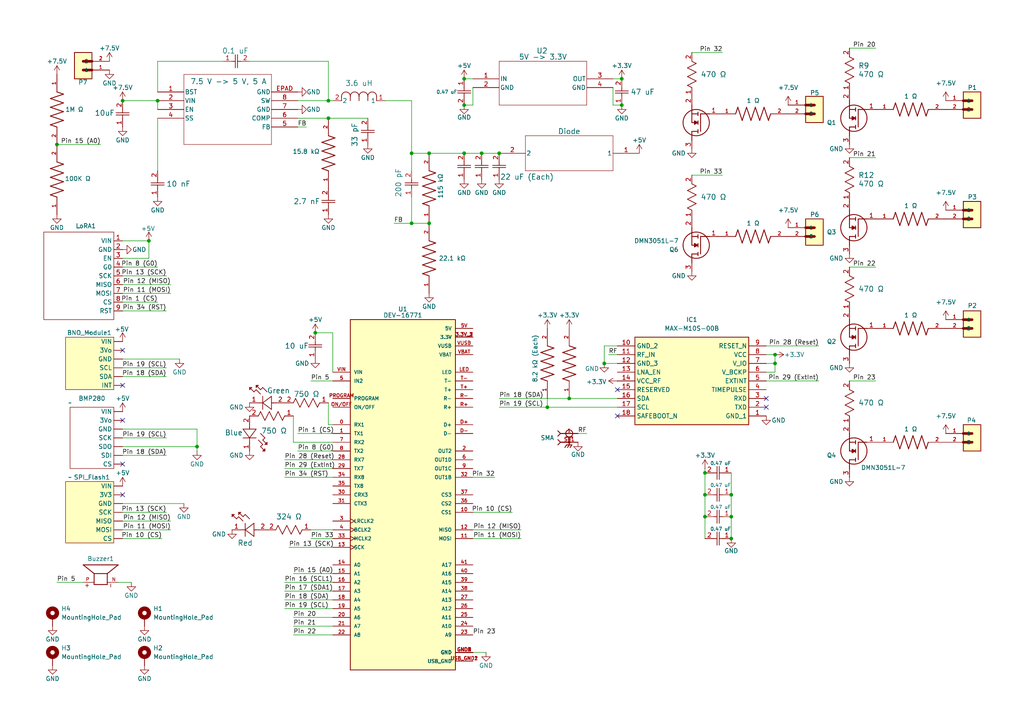
<source format=kicad_sch>
(kicad_sch (version 20231120) (generator "eeschema") (generator_version "8.0")
  (paper "A4")
  (junction (at 204.47 143.51))
  (junction (at 119.38 44.45))
  (junction (at 95.25 29.21))
  (junction (at 35.56 29.21))
  (junction (at 16.51 41.91))
  (junction (at 119.38 64.77))
  (junction (at 212.09 149.86))
  (junction (at 124.46 44.45))
  (junction (at 144.78 44.45))
  (junction (at 124.46 64.77))
  (junction (at 134.62 30.48))
  (junction (at 204.47 149.86))
  (junction (at 158.75 118.11))
  (junction (at 224.79 102.87))
  (junction (at 180.34 22.86))
  (junction (at 204.47 137.16))
  (junction (at 91.44 96.52))
  (junction (at 165.1 115.57))
  (junction (at 57.15 129.54))
  (junction (at 139.7 44.45))
  (junction (at 95.25 34.29))
  (junction (at 180.34 30.48))
  (junction (at 134.62 22.86))
  (junction (at 175.26 105.41))
  (junction (at 224.79 105.41))
  (junction (at 43.18 69.85))
  (junction (at 212.09 156.21))
  (junction (at 45.72 29.21))
  (junction (at 212.09 143.51))
  (junction (at 134.62 44.45))
  (no_connect (at 35.56 111.76))
  (no_connect (at 222.25 118.11))
  (no_connect (at 35.56 121.92))
  (no_connect (at 35.56 134.62))
  (no_connect (at 35.56 143.51))
  (no_connect (at 179.07 113.03))
  (no_connect (at 179.07 120.65))
  (no_connect (at 35.56 101.6))
  (no_connect (at 222.25 115.57))
  (wire (pts (xy 204.47 149.86) (xy 204.47 156.21)))
  (wire (pts (xy 82.55 135.89) (xy 96.52 135.89)))
  (wire (pts (xy 158.75 115.57) (xy 158.75 118.11)))
  (wire (pts (xy 139.7 44.45) (xy 144.78 44.45)))
  (wire (pts (xy 90.17 153.67) (xy 96.52 153.67)))
  (wire (pts (xy 119.38 64.77) (xy 124.46 64.77)))
  (wire (pts (xy 175.26 100.33) (xy 179.07 100.33)))
  (wire (pts (xy 95.25 29.21) (xy 96.52 29.21)))
  (wire (pts (xy 124.46 44.45) (xy 134.62 44.45)))
  (wire (pts (xy 82.55 171.45) (xy 96.52 171.45)))
  (wire (pts (xy 167.64 125.73) (xy 170.18 125.73)))
  (wire (pts (xy 176.53 102.87) (xy 179.07 102.87)))
  (wire (pts (xy 158.75 118.11) (xy 179.07 118.11)))
  (wire (pts (xy 212.09 149.86) (xy 212.09 156.21)))
  (wire (pts (xy 82.55 138.43) (xy 96.52 138.43)))
  (wire (pts (xy 35.56 85.09) (xy 49.53 85.09)))
  (wire (pts (xy 82.55 176.53) (xy 96.52 176.53)))
  (wire (pts (xy 35.56 156.21) (xy 46.99 156.21)))
  (wire (pts (xy 204.47 143.51) (xy 204.47 149.86)))
  (wire (pts (xy 212.09 137.16) (xy 212.09 143.51)))
  (wire (pts (xy 45.72 29.21) (xy 45.72 31.75)))
  (wire (pts (xy 95.25 17.78) (xy 95.25 29.21)))
  (wire (pts (xy 222.25 107.95) (xy 224.79 107.95)))
  (wire (pts (xy 35.56 90.17) (xy 48.26 90.17)))
  (wire (pts (xy 72.39 17.78) (xy 95.25 17.78)))
  (wire (pts (xy 143.51 138.43) (xy 137.16 138.43)))
  (wire (pts (xy 86.36 130.81) (xy 96.52 130.81)))
  (wire (pts (xy 134.62 30.48) (xy 137.16 30.48)))
  (wire (pts (xy 64.77 17.78) (xy 45.72 17.78)))
  (wire (pts (xy 254 45.72) (xy 246.38 45.72)))
  (wire (pts (xy 254 77.47) (xy 246.38 77.47)))
  (wire (pts (xy 85.09 181.61) (xy 96.52 181.61)))
  (wire (pts (xy 35.56 87.63) (xy 45.72 87.63)))
  (wire (pts (xy 119.38 29.21) (xy 119.38 44.45)))
  (wire (pts (xy 137.16 153.67) (xy 151.13 153.67)))
  (wire (pts (xy 177.8 30.48) (xy 180.34 30.48)))
  (wire (pts (xy 35.56 104.14) (xy 52.07 104.14)))
  (wire (pts (xy 137.16 148.59) (xy 148.59 148.59)))
  (wire (pts (xy 175.26 105.41) (xy 179.07 105.41)))
  (wire (pts (xy 209.55 50.8) (xy 200.66 50.8)))
  (wire (pts (xy 209.55 15.24) (xy 200.66 15.24)))
  (wire (pts (xy 45.72 17.78) (xy 45.72 26.67)))
  (wire (pts (xy 35.56 151.13) (xy 49.53 151.13)))
  (wire (pts (xy 96.52 96.52) (xy 96.52 107.95)))
  (wire (pts (xy 85.09 128.27) (xy 96.52 128.27)))
  (wire (pts (xy 222.25 100.33) (xy 237.49 100.33)))
  (wire (pts (xy 222.25 105.41) (xy 224.79 105.41)))
  (wire (pts (xy 57.15 129.54) (xy 57.15 130.81)))
  (wire (pts (xy 35.56 80.01) (xy 48.26 80.01)))
  (wire (pts (xy 85.09 120.65) (xy 85.09 128.27)))
  (wire (pts (xy 222.25 110.49) (xy 237.49 110.49)))
  (wire (pts (xy 85.09 179.07) (xy 96.52 179.07)))
  (wire (pts (xy 35.56 148.59) (xy 48.26 148.59)))
  (wire (pts (xy 38.1 168.91) (xy 34.29 168.91)))
  (wire (pts (xy 85.09 166.37) (xy 96.52 166.37)))
  (wire (pts (xy 35.56 74.93) (xy 43.18 74.93)))
  (wire (pts (xy 57.15 124.46) (xy 57.15 129.54)))
  (wire (pts (xy 35.56 127) (xy 48.26 127)))
  (wire (pts (xy 204.47 137.16) (xy 204.47 143.51)))
  (wire (pts (xy 35.56 106.68) (xy 48.26 106.68)))
  (wire (pts (xy 82.55 173.99) (xy 96.52 173.99)))
  (wire (pts (xy 82.55 133.35) (xy 96.52 133.35)))
  (wire (pts (xy 114.3 64.77) (xy 119.38 64.77)))
  (wire (pts (xy 254 110.49) (xy 246.38 110.49)))
  (wire (pts (xy 137.16 30.48) (xy 137.16 25.4)))
  (wire (pts (xy 224.79 107.95) (xy 224.79 105.41)))
  (wire (pts (xy 16.51 168.91) (xy 24.13 168.91)))
  (wire (pts (xy 29.21 41.91) (xy 16.51 41.91)))
  (wire (pts (xy 95.25 123.19) (xy 96.52 123.19)))
  (wire (pts (xy 137.16 156.21) (xy 151.13 156.21)))
  (wire (pts (xy 144.78 115.57) (xy 165.1 115.57)))
  (wire (pts (xy 86.36 125.73) (xy 96.52 125.73)))
  (wire (pts (xy 91.44 96.52) (xy 96.52 96.52)))
  (wire (pts (xy 86.36 29.21) (xy 95.25 29.21)))
  (wire (pts (xy 134.62 22.86) (xy 137.16 22.86)))
  (wire (pts (xy 85.09 184.15) (xy 96.52 184.15)))
  (wire (pts (xy 86.36 36.83) (xy 88.9 36.83)))
  (wire (pts (xy 90.17 110.49) (xy 96.52 110.49)))
  (wire (pts (xy 35.56 82.55) (xy 49.53 82.55)))
  (wire (pts (xy 43.18 69.85) (xy 35.56 69.85)))
  (wire (pts (xy 86.36 34.29) (xy 95.25 34.29)))
  (wire (pts (xy 43.18 74.93) (xy 43.18 69.85)))
  (wire (pts (xy 45.72 34.29) (xy 45.72 49.53)))
  (wire (pts (xy 224.79 105.41) (xy 224.79 102.87)))
  (wire (pts (xy 35.56 132.08) (xy 48.26 132.08)))
  (wire (pts (xy 119.38 44.45) (xy 124.46 44.45)))
  (wire (pts (xy 83.82 158.75) (xy 96.52 158.75)))
  (wire (pts (xy 254 13.97) (xy 246.38 13.97)))
  (wire (pts (xy 96.52 168.91) (xy 82.55 168.91)))
  (wire (pts (xy 175.26 100.33) (xy 175.26 105.41)))
  (wire (pts (xy 35.56 124.46) (xy 57.15 124.46)))
  (wire (pts (xy 222.25 102.87) (xy 224.79 102.87)))
  (wire (pts (xy 45.72 29.21) (xy 35.56 29.21)))
  (wire (pts (xy 35.56 77.47) (xy 45.72 77.47)))
  (wire (pts (xy 165.1 115.57) (xy 179.07 115.57)))
  (wire (pts (xy 144.78 118.11) (xy 158.75 118.11)))
  (wire (pts (xy 119.38 44.45) (xy 119.38 49.53)))
  (wire (pts (xy 204.47 135.89) (xy 204.47 137.16)))
  (wire (pts (xy 35.56 153.67) (xy 49.53 153.67)))
  (wire (pts (xy 111.76 29.21) (xy 119.38 29.21)))
  (wire (pts (xy 177.8 25.4) (xy 177.8 30.48)))
  (wire (pts (xy 119.38 57.15) (xy 119.38 64.77)))
  (wire (pts (xy 95.25 34.29) (xy 106.68 34.29)))
  (wire (pts (xy 140.97 189.23) (xy 137.16 189.23)))
  (wire (pts (xy 35.56 109.22) (xy 48.26 109.22)))
  (wire (pts (xy 212.09 143.51) (xy 212.09 149.86)))
  (wire (pts (xy 35.56 129.54) (xy 57.15 129.54)))
  (wire (pts (xy 177.8 22.86) (xy 180.34 22.86)))
  (wire (pts (xy 134.62 44.45) (xy 139.7 44.45)))
  (wire (pts (xy 53.34 146.05) (xy 35.56 146.05)))
  (wire (pts (xy 90.17 156.21) (xy 96.52 156.21)))
  (wire (pts (xy 95.25 116.84) (xy 95.25 123.19)))
  (label "Pin 32" (at 143.51 138.43 180))
  (label "Pin 23" (at 137.16 184.15 0))
  (label "Pin 10 (CS)" (at 148.59 148.59 180))
  (label "Pin 34 (RST)" (at 48.26 90.17 180))
  (label "Pin 33" (at 90.17 156.21 0))
  (label "Pin 19 (SCL)" (at 48.26 127 180))
  (label "Pin 32" (at 209.55 15.24 180))
  (label "FB" (at 88.9 36.83 180))
  (label "FB" (at 114.3 64.77 0))
  (label "Pin 12 (MISO)" (at 151.13 153.67 180))
  (label "Pin 11 (MOSI)" (at 49.53 153.67 180))
  (label "Pin 34 (RST)" (at 82.55 138.43 0))
  (label "Pin 11 (MOSI)" (at 151.13 156.21 180))
  (label "Pin 28 (Reset)" (at 237.49 100.33 180))
  (label "Pin 13 (SCK)" (at 83.82 158.75 0))
  (label "Pin 29 (ExtInt)" (at 82.55 135.89 0))
  (label "Pin 16 (SCL1)" (at 82.55 168.91 0))
  (label "Pin 17 (SDA1)" (at 82.55 171.45 0))
  (label "Pin 11 (MOSI)" (at 49.53 85.09 180))
  (label "Pin 22" (at 85.09 184.15 0))
  (label "Pin 15 (A0)" (at 85.09 166.37 0))
  (label "Pin 23" (at 254 110.49 180))
  (label "Pin 18 (SDA)" (at 144.78 115.57 0))
  (label "Pin 15 (A0)" (at 29.21 41.91 180))
  (label "RF" (at 176.53 102.87 0))
  (label "Pin 20" (at 254 13.97 180))
  (label "Pin 1 (CS)" (at 86.36 125.73 0))
  (label "Pin 10 (CS)" (at 46.99 156.21 180))
  (label "Pin 20" (at 85.09 179.07 0))
  (label "Pin 19 (SCL)" (at 82.55 176.53 0))
  (label "Pin 13 (SCK)" (at 48.26 148.59 180))
  (label "RF" (at 170.18 125.73 180))
  (label "Pin 5" (at 90.17 110.49 0))
  (label "Pin 19 (SCL)" (at 48.26 106.68 180))
  (label "Pin 8 (G0)" (at 86.36 130.81 0))
  (label "Pin 18 (SDA)" (at 48.26 132.08 180))
  (label "Pin 29 (ExtInt)" (at 237.49 110.49 180))
  (label "Pin 28 (Reset)" (at 82.55 133.35 0))
  (label "Pin 19 (SCL)" (at 144.78 118.11 0))
  (label "Pin 12 (MISO)" (at 49.53 82.55 180))
  (label "Pin 12 (MISO)" (at 49.53 151.13 180))
  (label "Pin 22" (at 254 77.47 180))
  (label "Pin 1 (CS)" (at 45.72 87.63 180))
  (label "Pin 33" (at 209.55 50.8 180))
  (label "Pin 21" (at 85.09 181.61 0))
  (label "Pin 5" (at 16.51 168.91 0))
  (label "Pin 18 (SDA)" (at 48.26 109.22 180))
  (label "Pin 21" (at 254 45.72 180))
  (label "Pin 18 (SDA)" (at 82.55 173.99 0))
  (label "Pin 13 (SCK)" (at 48.26 80.01 180))
  (label "Pin 8 (G0)" (at 45.72 77.47 180))
  (symbol (lib_id "1 Ohm:RMCF2512JT1R00") (at 218.44 68.58 0) (unit 1)
    (property "Reference" "R19" (effects (hide yes)))
    (property "Value" "1 Ω" (at 218.44 64.77 0))
    (property "Footprint" "1 Ohm:RESC6332X70N" (effects (hide yes)))
  )
  (symbol (lib_id "1x2 Screw Terminal:OSTTE020104") (at 26.67 20.32 180) (unit 1)
    (property "Reference" "P7" (at 25.4 23.876 0) (effects (justify left)))
    (property "Value" "1x2 Screw Terminal" (effects (hide yes)))
    (property "Footprint" "1x2 ScrewTerm:OST_OSTTE020104" (effects (hide yes)))
    (property "MANUFACTURER" "On Shore Technology Inc." (effects (hide yes)))
  )
  (symbol (lib_id "22 uF Capacitor:CL21A226KOQNNNE") (at 144.78 52.07 90) (unit 1)
    (property "Reference" "C2" (effects (hide yes)))
    (property "Value" "22 uF (Each)" (at 145.034 51.308 90) (effects (font (size 1.524 1.524)) (justify right)))
    (property "Footprint" "22 uF:CAP_CL_21_SAM" (effects (hide yes)))
    (property "Datasheet" "CL21A226KOQNNNE" (effects (hide yes)))
  )
  (symbol (lib_id "10 uF:CL21A106KOCLRNC") (at 91.44 104.14 90) (unit 1)
    (property "Reference" "C5" (effects (hide yes)))
    (property "Value" "10 uF" (at 82.55 100.33 90) (effects (font (size 1.524 1.524)) (justify right)))
    (property "Footprint" "10 uF:CAP_CL21_SAM" (effects (hide yes)))
    (property "Datasheet" "CL21A106KOCLRNC" (effects (hide yes)))
  )
  (symbol (lib_id "power:GND") (at 57.15 130.81 0) (unit 1)
    (property "Reference" "#PWR039" (effects (hide yes)))
    (property "Value" "GND" (at 57.15 134.62 0))
  )
  (symbol (lib_id "N-Channel MOSFET:DMN3051L-7") (at 254 63.5 180) (unit 1)
    (property "Reference" "Q3" (at 242.57 67.31 0) (effects (justify left)))
    (property "Value" "DMN3051L-7" (effects (hide yes)))
    (property "Footprint" "N-Channel MOSFET:SOT96P240X110-3N" (effects (hide yes)))
    (property "Datasheet" "https://www.diodes.com/assets/Datasheets/ds31347.pdf" (effects (hide yes)))
    (property "Height" "1.1" (effects (hide yes)))
    (property "Mouser Part Number" "621-DMN3051L-7" (effects (hide yes)))
    (property "Mouser Price/Stock" "https://www.mouser.co.uk/ProductDetail/Diodes-Incorporated/DMN3051L-7/?qs=ptj1V1atRApF2PNB3K1WDA%3D%3D" (effects (hide yes)))
    (property "Manufacturer_Name" "Diodes Incorporated" (effects (hide yes)))
    (property "Manufacturer_Part_Number" "DMN3051L-7" (effects (hide yes)))
  )
  (symbol (lib_id "N-Channel MOSFET:DMN3051L-7") (at 208.28 33.02 180) (unit 1)
    (property "Reference" "Q5" (effects (hide yes)))
    (property "Value" "DMN3051L-7" (effects (hide yes)))
    (property "Footprint" "N-Channel MOSFET:SOT96P240X110-3N" (effects (hide yes)))
    (property "Datasheet" "https://www.diodes.com/assets/Datasheets/ds31347.pdf" (effects (hide yes)))
    (property "Height" "1.1" (effects (hide yes)))
    (property "Mouser Part Number" "621-DMN3051L-7" (effects (hide yes)))
    (property "Mouser Price/Stock" "https://www.mouser.co.uk/ProductDetail/Diodes-Incorporated/DMN3051L-7/?qs=ptj1V1atRApF2PNB3K1WDA%3D%3D" (effects (hide yes)))
    (property "Manufacturer_Name" "Diodes Incorporated" (effects (hide yes)))
    (property "Manufacturer_Part_Number" "DMN3051L-7" (effects (hide yes)))
  )
  (symbol (lib_id "22.1 kOhm:RMCF0805FT22K1") (at 124.46 74.93 90) (unit 1)
    (property "Reference" "R3" (effects (hide yes)))
    (property "Value" "22.1 kΩ" (at 127.254 74.93 90) (effects (justify right)))
    (property "Footprint" "22.1 kOhm:RESC2012X65N" (effects (hide yes)))
  )
  (symbol (lib_id "1 MOhm:CRGP1206F1M0") (at 16.51 31.75 270) (unit 1)
    (property "Reference" "R1" (effects (hide yes)))
    (property "Value" "1M Ω" (at 21.59 31.75 90))
    (property "Footprint" "1M Ohm:RESC3115X65N" (effects (hide yes)))
  )
  (symbol (lib_id "power:GND") (at 45.72 57.15 0) (unit 1)
    (property "Reference" "#PWR061" (effects (hide yes)))
    (property "Value" "GND" (at 45.72 60.96 0))
  )
  (symbol (lib_id "N-Channel MOSFET:DMN3051L-7") (at 254 31.75 180) (unit 1)
    (property "Reference" "Q1" (at 242.57 35.56 0) (effects (justify left)))
    (property "Value" "DMN3051L-7" (effects (hide yes)))
    (property "Footprint" "N-Channel MOSFET:SOT96P240X110-3N" (effects (hide yes)))
    (property "Datasheet" "https://www.diodes.com/assets/Datasheets/ds31347.pdf" (effects (hide yes)))
    (property "Height" "1.1" (effects (hide yes)))
    (property "Mouser Part Number" "621-DMN3051L-7" (effects (hide yes)))
    (property "Mouser Price/Stock" "https://www.mouser.co.uk/ProductDetail/Diodes-Incorporated/DMN3051L-7/?qs=ptj1V1atRApF2PNB3K1WDA%3D%3D" (effects (hide yes)))
    (property "Manufacturer_Name" "Diodes Incorporated" (effects (hide yes)))
    (property "Manufacturer_Part_Number" "DMN3051L-7" (effects (hide yes)))
  )
  (symbol (lib_id "SMD LED:XZCDGK53W-8VF") (at 77.47 153.67 0) (mirror y) (unit 1)
    (property "Reference" "LED1" (effects (hide yes)))
    (property "Value" "Red" (at 71.12 157.48 0) (effects (font (size 1.524 1.524))))
    (property "Footprint" "SMD LED:LED_XZCDG-8VF_SLD" (effects (hide yes)))
    (property "Datasheet" "XZCDGK53W-8VF" (effects (hide yes)))
  )
  (symbol (lib_id "470 Ohm:RMCF2512FT470R") (at 246.38 26.67 90) (unit 1)
    (property "Reference" "R9" (at 248.92 19.05 90) (effects (font (size 1.524 1.524)) (justify right)))
    (property "Value" "470 Ω" (at 248.92 21.59 90) (effects (font (size 1.524 1.524)) (justify right)))
    (property "Footprint" "470 Ohm:RES_RMCF2512_STP" (effects (hide yes)))
    (property "Datasheet" "RMCF2512FT470R" (effects (hide yes)))
  )
  (symbol (lib_id "power:+5V") (at 35.56 140.97 0) (unit 1)
    (property "Reference" "#PWR025" (effects (hide yes)))
    (property "Value" "+5V" (at 35.56 137.16 0))
  )
  (symbol (lib_id "N-Channel MOSFET:DMN3051L-7") (at 254 128.27 180) (unit 1)
    (property "Reference" "Q4" (at 242.57 132.08 0) (effects (justify left)))
    (property "Value" "DMN3051L-7" (at 262.636 135.636 0) (effects (justify left)))
    (property "Footprint" "N-Channel MOSFET:SOT96P240X110-3N" (effects (hide yes)))
    (property "Datasheet" "https://www.diodes.com/assets/Datasheets/ds31347.pdf" (effects (hide yes)))
    (property "Height" "1.1" (effects (hide yes)))
    (property "Mouser Part Number" "621-DMN3051L-7" (effects (hide yes)))
    (property "Mouser Price/Stock" "https://www.mouser.co.uk/ProductDetail/Diodes-Incorporated/DMN3051L-7/?qs=ptj1V1atRApF2PNB3K1WDA%3D%3D" (effects (hide yes)))
    (property "Manufacturer_Name" "Diodes Incorporated" (effects (hide yes)))
    (property "Manufacturer_Part_Number" "DMN3051L-7" (effects (hide yes)))
  )
  (symbol (lib_id "0.47uF Capacitor:CL21B474KAFNNNG") (at 212.09 137.16 180) (unit 1)
    (property "Reference" "C10" (effects (hide yes)))
    (property "Value" "0.47 uF" (at 205.994 134.366 0) (effects (font (size 1 1)) (justify right)))
    (property "Footprint" "22 uF:CAP_CL_21_SAM" (effects (hide yes)))
    (property "Datasheet" "CL21B474KAFNNNG" (effects (hide yes)))
  )
  (symbol (lib_id "power:+3.3V") (at 179.07 110.49 90) (unit 1)
    (property "Reference" "#PWR051" (effects (hide yes)))
    (property "Value" "+3.3V" (at 172.974 110.744 90))
    (property "Description" "Power symbol creates a global label with name \"+3.3V\"" (effects (hide yes)))
  )
  (symbol (lib_id "1 Ohm:RMCF2512JT1R00") (at 264.16 31.75 0) (unit 1)
    (property "Reference" "R8" (effects (hide yes)))
    (property "Value" "1 Ω" (at 264.16 27.94 0))
    (property "Footprint" "1 Ohm:RESC6332X70N" (effects (hide yes)))
  )
  (symbol (lib_id "0.47uF Capacitor:CL21B474KAFNNNG") (at 212.09 149.86 180) (unit 1)
    (property "Reference" "C12" (effects (hide yes)))
    (property "Value" "0.47 uF" (at 205.994 147.066 0) (effects (font (size 1 1)) (justify right)))
    (property "Footprint" "22 uF:CAP_CL_21_SAM" (effects (hide yes)))
    (property "Datasheet" "CL21B474KAFNNNG" (effects (hide yes)))
  )
  (symbol (lib_id "power:GND") (at 180.34 30.48 0) (unit 1)
    (property "Reference" "#PWR046" (effects (hide yes)))
    (property "Value" "GND" (at 180.34 34.29 0))
  )
  (symbol (lib_id "470 Ohm:RMCF2512FT470R") (at 200.66 63.5 90) (unit 1)
    (property "Reference" "R18" (effects (hide yes)))
    (property "Value" "470 Ω" (at 203.2 57.1499 90) (effects (font (size 1.524 1.524)) (justify right)))
    (property "Footprint" "470 Ohm:RES_RMCF2512_STP" (effects (hide yes)))
    (property "Datasheet" "RMCF2512FT470R" (effects (hide yes)))
  )
  (symbol (lib_id "N-Channel MOSFET:DMN3051L-7") (at 208.28 68.58 180) (unit 1)
    (property "Reference" "Q6" (at 196.85 72.39 0) (effects (justify left)))
    (property "Value" "DMN3051L-7" (at 196.85 69.85 0) (effects (justify left)))
    (property "Footprint" "N-Channel MOSFET:SOT96P240X110-3N" (effects (hide yes)))
    (property "Datasheet" "https://www.diodes.com/assets/Datasheets/ds31347.pdf" (effects (hide yes)))
    (property "Height" "1.1" (effects (hide yes)))
    (property "Mouser Part Number" "621-DMN3051L-7" (effects (hide yes)))
    (property "Mouser Price/Stock" "https://www.mouser.co.uk/ProductDetail/Diodes-Incorporated/DMN3051L-7/?qs=ptj1V1atRApF2PNB3K1WDA%3D%3D" (effects (hide yes)))
    (property "Manufacturer_Name" "Diodes Incorporated" (effects (hide yes)))
    (property "Manufacturer_Part_Number" "DMN3051L-7" (effects (hide yes)))
  )
  (symbol (lib_id "power:+3.3V") (at 158.75 95.25 0) (unit 1)
    (property "Reference" "#PWR044" (effects (hide yes)))
    (property "Value" "+3.3V" (at 158.75 91.44 0))
    (property "Description" "Power symbol creates a global label with name \"+3.3V\"" (effects (hide yes)))
  )
  (symbol (lib_id "power:GND") (at 86.36 31.75 90) (unit 1)
    (property "Reference" "#PWR04" (effects (hide yes)))
    (property "Value" "GND" (at 90.932 31.75 90))
  )
  (symbol (lib_id "0.47uF Capacitor:CL21B474KAFNNNG") (at 134.62 22.86 270) (unit 1)
    (property "Reference" "C17" (effects (hide yes)))
    (property "Value" "0.47 uF" (at 132.588 26.67 90) (effects (font (size 1 1)) (justify right)))
    (property "Footprint" "22 uF:CAP_CL_21_SAM" (effects (hide yes)))
    (property "Datasheet" "CL21B474KAFNNNG" (effects (hide yes)))
  )
  (symbol (lib_id "power:+3.3V") (at 165.1 95.25 0) (unit 1)
    (property "Reference" "#PWR045" (effects (hide yes)))
    (property "Value" "+3.3V" (at 165.1 91.44 0))
    (property "Description" "Power symbol creates a global label with name \"+3.3V\"" (effects (hide yes)))
  )
  (symbol (lib_id "power:GND") (at 72.39 130.81 0) (unit 1)
    (property "Reference" "#PWR08" (effects (hide yes)))
    (property "Value" "GND" (at 68.58 132.08 0))
  )
  (symbol (lib_id "8.2K Ohm:RC0805JR-078K2L") (at 165.1 105.41 90) (unit 1)
    (property "Reference" "R21" (effects (hide yes)))
    (property "Value" "8.2k Ohm" (effects (hide yes)))
    (property "Footprint" "8.2k Ohm:RESC2012X60N" (effects (hide yes)))
  )
  (symbol (lib_id "power:GND") (at 212.09 156.21 0) (unit 1)
    (property "Reference" "#PWR053" (effects (hide yes)))
    (property "Value" "GND" (at 212.09 159.766 0))
  )
  (symbol (lib_id "SMD LED:XZCDGK53W-8VF") (at 82.55 116.84 0) (mirror y) (unit 1)
    (property "Reference" "LED2" (effects (hide yes)))
    (property "Value" "Green" (at 80.772 113.284 0) (effects (font (size 1.524 1.524))))
    (property "Footprint" "SMD LED:LED_XZCDG-8VF_SLD" (effects (hide yes)))
    (property "Datasheet" "XZCDGK53W-8VF" (effects (hide yes)))
  )
  (symbol (lib_id "0.47uF Capacitor:CL21B474KAFNNNG") (at 212.09 156.21 180) (unit 1)
    (property "Reference" "C13" (effects (hide yes)))
    (property "Value" "0.47 uF" (at 205.994 153.416 0) (effects (font (size 1 1)) (justify right)))
    (property "Footprint" "22 uF:CAP_CL_21_SAM" (effects (hide yes)))
    (property "Datasheet" "CL21B474KAFNNNG" (effects (hide yes)))
  )
  (symbol (lib_id "power:GND") (at 91.44 104.14 0) (unit 1)
    (property "Reference" "#PWR019" (effects (hide yes)))
    (property "Value" "GND" (at 87.63 105.41 0))
  )
  (symbol (lib_id "power:+5V") (at 35.56 119.38 0) (unit 1)
    (property "Reference" "#PWR024" (effects (hide yes)))
    (property "Value" "+5V" (at 35.56 115.57 0))
  )
  (symbol (lib_id "750 Ohm:RC1206FR-07750RL") (at 72.39 120.65 0) (unit 1)
    (property "Reference" "R7" (effects (hide yes)))
    (property "Value" "750 Ω" (at 88.9 114.3 0) (effects (font (size 1.524 1.524))))
    (property "Footprint" "750 Ohm:RC1206N_YAG" (effects (hide yes)))
    (property "Datasheet" "RC1206FR-07750RL" (effects (hide yes)))
  )
  (symbol (lib_name "+7.5V_1") (lib_id "power:+7.5V") (at 274.32 60.96 0) (unit 1)
    (property "Reference" "#PWR016" (effects (hide yes)))
    (property "Value" "+7.5V" (at 274.32 55.88 0))
    (property "Description" "Power symbol creates a global label with name \"+7.5V\"" (effects (hide yes)))
  )
  (symbol (lib_id "power:GND") (at 134.62 52.07 0) (unit 1)
    (property "Reference" "#PWR028" (effects (hide yes)))
    (property "Value" "GND" (at 134.62 55.88 0))
  )
  (symbol (lib_id "power:+3.3V") (at 180.34 22.86 0) (unit 1)
    (property "Reference" "#PWR047" (effects (hide yes)))
    (property "Value" "+3.3V" (at 180.34 19.05 0))
    (property "Description" "Power symbol creates a global label with name \"+3.3V\"" (effects (hide yes)))
  )
  (symbol (lib_id "power:GND") (at 222.25 120.65 0) (unit 1)
    (property "Reference" "#PWR027" (effects (hide yes)))
    (property "Value" "GND" (at 225.806 121.92 0))
  )
  (symbol (lib_name "+7.5V_1") (lib_id "power:+7.5V") (at 228.6 66.04 0) (unit 1)
    (property "Reference" "#PWR034" (effects (hide yes)))
    (property "Value" "+7.5V" (at 228.6 60.96 0))
    (property "Description" "Power symbol creates a global label with name \"+7.5V\"" (effects (hide yes)))
  )
  (symbol (lib_id "power:GND") (at 38.1 168.91 0) (unit 1)
    (property "Reference" "#PWR020" (effects (hide yes)))
    (property "Value" "GND" (at 38.1 172.72 0))
  )
  (symbol (lib_id "LoRA:LoRA") (at 20.32 66.04 0) (unit 1)
    (property "Reference" "LoRA1" (at 24.892 65.532 0))
    (property "Value" "~" (at 22.86 66.04 0))
    (property "Footprint" "Connector_PinHeader_2.54mm:PinHeader_1x09_P2.54mm_Vertical" (effects (hide yes)))
  )
  (symbol (lib_name "+7.5V_1") (lib_id "power:+7.5V") (at 274.32 29.21 0) (unit 1)
    (property "Reference" "#PWR013" (effects (hide yes)))
    (property "Value" "+7.5V" (at 274.32 24.13 0))
    (property "Description" "Power symbol creates a global label with name \"+7.5V\"" (effects (hide yes)))
  )
  (symbol (lib_id "100K Ohm:RMCF2512JT100K") (at 16.51 52.07 90) (unit 1)
    (property "Reference" "R4" (effects (hide yes)))
    (property "Value" "100K Ω" (at 18.796 51.816 90) (effects (justify right)))
    (property "Footprint" "100K Ohm:RESC6332X70N" (effects (hide yes)))
  )
  (symbol (lib_id "Teensy 4.1:DEV-16771") (at 116.84 143.51 0) (unit 1)
    (property "Reference" "U1" (at 116.84 89.662 0))
    (property "Value" "DEV-16771" (at 116.84 91.44 0))
    (property "Footprint" "Teensy4.1:MODULE_DEV-16771" (effects (hide yes)))
    (property "Description" "\nRT1062 Teensy 4.1 series ARM® Cortex®-M7 MPU Embedded Evaluation Board\n" (effects (hide yes)))
    (property "MF" "SparkFun Electronics" (effects (hide yes)))
    (property "MAXIMUM_PACKAGE_HEIGHT" "4.07mm" (effects (hide yes)))
    (property "Package" "None" (effects (hide yes)))
    (property "Price" "None" (effects (hide yes)))
    (property "Check_prices" "https://www.snapeda.com/parts/DEV-16771/SparkFun+Electronics/view-part/?ref=eda" (effects (hide yes)))
    (property "STANDARD" "Manufacturer recommendations" (effects (hide yes)))
    (property "PARTREV" "4.1" (effects (hide yes)))
    (property "SnapEDA_Link" "https://www.snapeda.com/parts/DEV-16771/SparkFun+Electronics/view-part/?ref=snap" (effects (hide yes)))
    (property "MP" "DEV-16771" (effects (hide yes)))
    (property "Purchase-URL" "https://www.snapeda.com/api/url_track_click_mouser/?unipart_id=4833875&manufacturer=SparkFun Electronics&part_name=DEV-16771&search_term=None" (effects (hide yes)))
    (property "Availability" "In Stock" (effects (hide yes)))
    (property "MANUFACTURER" "SparkFun Electronics" (effects (hide yes)))
  )
  (symbol (lib_id "power:GND") (at 246.38 73.66 0) (unit 1)
    (property "Reference" "#PWR015" (effects (hide yes)))
    (property "Value" "GND" (at 242.57 74.93 0))
  )
  (symbol (lib_id "power:GND") (at 144.78 52.07 0) (unit 1)
    (property "Reference" "#PWR056" (effects (hide yes)))
    (property "Value" "GND" (at 144.78 55.88 0))
  )
  (symbol (lib_id "power:+7.5V") (at 35.56 29.21 0) (unit 1)
    (property "Reference" "#PWR02" (effects (hide yes)))
    (property "Value" "+7.5V" (at 35.56 25.4 0))
  )
  (symbol (lib_id "MAX10-GPS:MAX-M10S-00B") (at 179.07 100.33 0) (unit 1)
    (property "Reference" "IC1" (at 200.66 92.71 0))
    (property "Value" "MAX-M10S-00B" (at 200.66 95.25 0))
    (property "Footprint" "GPS Chip:MAXM10S00B" (effects (hide yes)))
    (property "Datasheet" "https://content.u-blox.com/sites/default/files/MAX-M10S_IntegrationManual_UBX-20053088.pdf" (effects (hide yes)))
    (property "Description" "GPS Modules u-blox M10 GNSS LCC module, firmware in ROM, SAW filter, LNA" (effects (hide yes)))
    (property "Height" "2.7" (effects (hide yes)))
    (property "Mouser Part Number" "377-MAX-M10S-00B" (effects (hide yes)))
    (property "Mouser Price/Stock" "https://www.mouser.co.uk/ProductDetail/u-blox/MAX-M10S-00B?qs=A6eO%252BMLsxmT0PfQYPb7LLQ%3D%3D" (effects (hide yes)))
    (property "Manufacturer_Name" "U-Blox" (effects (hide yes)))
    (property "Manufacturer_Part_Number" "MAX-M10S-00B" (effects (hide yes)))
  )
  (symbol (lib_id "power:GND") (at 200.66 78.74 0) (unit 1)
    (property "Reference" "#PWR033" (effects (hide yes)))
    (property "Value" "GND" (at 196.85 80.01 0))
  )
  (symbol (lib_id "power:+5V") (at 185.42 44.45 0) (unit 1)
    (property "Reference" "#PWR040" (effects (hide yes)))
    (property "Value" "+5V" (at 185.42 40.64 0))
  )
  (symbol (lib_id "power:GND") (at 31.75 20.32 0) (unit 1)
    (property "Reference" "#PWR049" (effects (hide yes)))
    (property "Value" "GND" (at 31.75 24.13 0))
  )
  (symbol (lib_id "47uF Capacitor:CL31A476MPHNNNE") (at 180.34 30.48 90) (unit 1)
    (property "Reference" "C7" (effects (hide yes)))
    (property "Value" "47 uF" (at 182.88 26.67 90) (effects (font (size 1.524 1.524)) (justify right)))
    (property "Footprint" "47 uF:CAP_CL31_SAM" (effects (hide yes)))
    (property "Datasheet" "CL31A476MPHNNNE" (effects (hide yes)))
  )
  (symbol (lib_id "power:+3.3V") (at 224.79 102.87 270) (unit 1)
    (property "Reference" "#PWR043" (effects (hide yes)))
    (property "Value" "+3.3V" (at 230.378 102.87 90))
    (property "Description" "Power symbol creates a global label with name \"+3.3V\"" (effects (hide yes)))
  )
  (symbol (lib_id "SMD LED:XZCDGK53W-8VF") (at 72.39 120.65 270) (unit 1)
    (property "Reference" "LED4" (effects (hide yes)))
    (property "Value" "Blue" (at 67.818 125.476 90) (effects (font (size 1.524 1.524))))
    (property "Footprint" "SMD LED:LED_XZCDG-8VF_SLD" (effects (hide yes)))
    (property "Datasheet" "XZCDGK53W-8VF" (effects (hide yes)))
  )
  (symbol (lib_id "power:GND") (at 200.66 43.18 0) (unit 1)
    (property "Reference" "#PWR031" (effects (hide yes)))
    (property "Value" "GND" (at 196.85 44.45 0))
  )
  (symbol (lib_id "power:+3.3V") (at 204.47 135.89 0) (unit 1)
    (property "Reference" "#PWR054" (effects (hide yes)))
    (property "Value" "+3.3V" (at 204.47 132.08 0))
    (property "Description" "Power symbol creates a global label with name \"+3.3V\"" (effects (hide yes)))
  )
  (symbol (lib_id "470 Ohm:RMCF2512FT470R") (at 200.66 27.94 90) (unit 1)
    (property "Reference" "R16" (effects (hide yes)))
    (property "Value" "470 Ω" (at 203.2 21.5899 90) (effects (font (size 1.524 1.524)) (justify right)))
    (property "Footprint" "470 Ohm:RES_RMCF2512_STP" (effects (hide yes)))
    (property "Datasheet" "RMCF2512FT470R" (effects (hide yes)))
  )
  (symbol (lib_id "1x2 Screw Terminal:OSTTE020104") (at 279.4 29.21 0) (unit 1)
    (property "Reference" "P1" (at 280.67 25.4 0) (effects (justify left)))
    (property "Value" "1x2 Screw Terminal" (effects (hide yes)))
    (property "Footprint" "1x2 ScrewTerm:OST_OSTTE020104" (effects (hide yes)))
    (property "MANUFACTURER" "On Shore Technology Inc." (effects (hide yes)))
  )
  (symbol (lib_id "Piezobuzzer:CMI-9605IC-0580T") (at 29.21 166.37 90) (unit 1)
    (property "Reference" "Buzzer1" (at 29.21 162.052 90))
    (property "Value" "CMI-9605IC-0580T" (effects (hide yes)))
    (property "Footprint" "Buzzer:CUI_CMI-9605IC-0580T" (effects (hide yes)))
    (property "PARTREV" "1.0" (effects (hide yes)))
    (property "STANDARD" "Manufacturer Recommendations" (effects (hide yes)))
    (property "MAXIMUM_PACKAGE_HEIGHT" "5mm" (effects (hide yes)))
    (property "MANUFACTURER" "CUI Inc." (effects (hide yes)))
  )
  (symbol (lib_id "N-Channel MOSFET:DMN3051L-7") (at 254 95.25 180) (unit 1)
    (property "Reference" "Q2" (at 242.57 99.06 0) (effects (justify left)))
    (property "Value" "DMN3051L-7" (effects (hide yes)))
    (property "Footprint" "N-Channel MOSFET:SOT96P240X110-3N" (effects (hide yes)))
    (property "Datasheet" "https://www.diodes.com/assets/Datasheets/ds31347.pdf" (effects (hide yes)))
    (property "Height" "1.1" (effects (hide yes)))
    (property "Mouser Part Number" "621-DMN3051L-7" (effects (hide yes)))
    (property "Mouser Price/Stock" "https://www.mouser.co.uk/ProductDetail/Diodes-Incorporated/DMN3051L-7/?qs=ptj1V1atRApF2PNB3K1WDA%3D%3D" (effects (hide yes)))
    (property "Manufacturer_Name" "Diodes Incorporated" (effects (hide yes)))
    (property "Manufacturer_Part_Number" "DMN3051L-7" (effects (hide yes)))
  )
  (symbol (lib_id "CustomFlightComputerSymbols:BNO_Module") (at 29.21 115.57 180) (unit 1)
    (property "Reference" "BNO_Module1" (at 25.908 96.52 0))
    (property "Value" "~" (at 26.035 96.52 0))
    (property "Footprint" "Connector_PinHeader_2.54mm:PinHeader_1x06_P2.54mm_Vertical" (effects (hide yes)))
  )
  (symbol (lib_id "CustomFlightComputerSymbols:SPI_Flash") (at 20.32 138.43 0) (unit 1)
    (property "Reference" "SPI_Flash1" (at 26.67 138.43 0))
    (property "Value" "~" (at 20.32 138.43 0))
    (property "Footprint" "Connector_PinHeader_2.54mm:PinHeader_1x07_P2.54mm_Vertical" (effects (hide yes)))
  )
  (symbol (lib_id "power:GND") (at 134.62 30.48 0) (unit 1)
    (property "Reference" "#PWR048" (effects (hide yes)))
    (property "Value" "GND" (at 134.62 34.036 0))
  )
  (symbol (lib_id "0.47uF Capacitor:CL21B474KAFNNNG") (at 212.09 143.51 180) (unit 1)
    (property "Reference" "C11" (effects (hide yes)))
    (property "Value" "0.47 uF" (at 205.994 140.716 0) (effects (font (size 1 1)) (justify right)))
    (property "Footprint" "22 uF:CAP_CL_21_SAM" (effects (hide yes)))
    (property "Datasheet" "CL21B474KAFNNNG" (effects (hide yes)))
  )
  (symbol (lib_id "470 Ohm:RMCF2512FT470R") (at 246.38 58.42 90) (unit 1)
    (property "Reference" "R12" (at 248.92 50.8 90) (effects (font (size 1.524 1.524)) (justify right)))
    (property "Value" "470 Ω" (at 248.92 53.34 90) (effects (font (size 1.524 1.524)) (justify right)))
    (property "Footprint" "470 Ohm:RES_RMCF2512_STP" (effects (hide yes)))
    (property "Datasheet" "RMCF2512FT470R" (effects (hide yes)))
  )
  (symbol (lib_id "power:+7.5V") (at 16.51 21.59 0) (unit 1)
    (property "Reference" "#PWR01" (effects (hide yes)))
    (property "Value" "+7.5V" (at 16.51 17.78 0))
  )
  (symbol (lib_id "power:GND") (at 175.26 105.41 0) (unit 1)
    (property "Reference" "#PWR041" (effects (hide yes)))
    (property "Value" "GND" (at 171.704 106.934 0))
  )
  (symbol (lib_id "power:GND") (at 15.24 193.04 0) (unit 1)
    (property "Reference" "#PWR030" (effects (hide yes)))
    (property "Value" "GND" (at 15.24 196.85 0))
  )
  (symbol (lib_id "CustomFlightComputerSymbols:BMP280") (at 20.32 116.84 0) (unit 1)
    (property "Reference" "BMP280" (at 26.67 115.57 0))
    (property "Value" "~" (at 20.32 116.84 0))
    (property "Footprint" "Connector_PinHeader_2.54mm:PinHeader_1x07_P2.54mm_Vertical" (effects (hide yes)))
  )
  (symbol (lib_id "power:GND") (at 246.38 105.41 0) (unit 1)
    (property "Reference" "#PWR012" (effects (hide yes)))
    (property "Value" "GND" (at 242.57 106.68 0))
  )
  (symbol (lib_id "33pF Cap:C0805C330J5GACTU") (at 106.68 41.91 90) (unit 1)
    (property "Reference" "C8" (effects (hide yes)))
    (property "Value" "33 pF" (at 102.87 35.56 0) (effects (font (size 1.524 1.524)) (justify right)))
    (property "Footprint" "33 pF:CAPC220145_88N_KEM" (effects (hide yes)))
    (property "Datasheet" "C0805C330J5GACTU" (effects (hide yes)))
  )
  (symbol (lib_id "470 Ohm:RMCF2512FT470R") (at 246.38 90.17 90) (unit 1)
    (property "Reference" "R10" (effects (hide yes)))
    (property "Value" "470 Ω" (at 248.92 83.8199 90) (effects (font (size 1.524 1.524)) (justify right)))
    (property "Footprint" "470 Ohm:RES_RMCF2512_STP" (effects (hide yes)))
    (property "Datasheet" "RMCF2512FT470R" (effects (hide yes)))
  )
  (symbol (lib_id "Mechanical:MountingHole_Pad") (at 41.91 179.07 0) (unit 1)
    (property "Reference" "H1" (at 44.45 176.53 0) (effects (justify left)))
    (property "Value" "MountingHole_Pad" (at 44.45 179.07 0) (effects (justify left)))
    (property "Footprint" "MountingHole:MountingHole_3.2mm_M3_Pad" (effects (hide yes)))
  )
  (symbol (lib_id "115 kOhm:RC0805FR-07115KL") (at 124.46 54.61 90) (unit 1)
    (property "Reference" "R22" (effects (hide yes)))
    (property "Value" "115 kΩ" (at 127.762 50.292 0) (effects (justify right)))
    (property "Footprint" "115 kOhm:RESC2012X60N" (effects (hide yes)))
  )
  (symbol (lib_id "0.1 uF:CL10B104KO8NNNC") (at 64.77 17.78 0) (unit 1)
    (property "Reference" "C15" (effects (hide yes)))
    (property "Value" "0.1 uF" (at 72.136 14.732 0) (effects (font (size 1.524 1.524)) (justify right)))
    (property "Footprint" "0.1 uF:CAP_CL10_SAM" (effects (hide yes)))
    (property "Datasheet" "CL10B104KO8NNNC" (effects (hide yes)))
  )
  (symbol (lib_id "10 uF:CL21A106KOCLRNC") (at 35.56 36.83 90) (unit 1)
    (property "Reference" "C1" (effects (hide yes)))
    (property "Value" "10uF" (at 27.432 32.766 90) (effects (font (size 1.524 1.524)) (justify right)))
    (property "Footprint" "10 uF:CAP_CL21_SAM" (effects (hide yes)))
    (property "Datasheet" "CL21A106KOCLRNC" (effects (hide yes)))
  )
  (symbol (lib_id "1 Ohm:RMCF2512JT1R00") (at 264.16 128.27 0) (unit 1)
    (property "Reference" "R15" (effects (hide yes)))
    (property "Value" "1 Ω" (at 264.16 124.46 0))
    (property "Footprint" "1 Ohm:RESC6332X70N" (effects (hide yes)))
  )
  (symbol (lib_id "1x2 Screw Terminal:OSTTE020104") (at 279.4 60.96 0) (unit 1)
    (property "Reference" "P3" (at 280.67 57.15 0) (effects (justify left)))
    (property "Value" "1x2 Screw Terminal" (effects (hide yes)))
    (property "Footprint" "1x2 ScrewTerm:OST_OSTTE020104" (effects (hide yes)))
    (property "MANUFACTURER" "On Shore Technology Inc." (effects (hide yes)))
  )
  (symbol (lib_id "power:+5V") (at 35.56 99.06 0) (unit 1)
    (property "Reference" "#PWR035" (effects (hide yes)))
    (property "Value" "+5V" (at 35.306 95.504 0))
  )
  (symbol (lib_id "470 Ohm:RMCF2512FT470R") (at 246.38 123.19 90) (unit 1)
    (property "Reference" "R14" (effects (hide yes)))
    (property "Value" "470 Ω" (at 248.92 116.8399 90) (effects (font (size 1.524 1.524)) (justify right)))
    (property "Footprint" "470 Ohm:RES_RMCF2512_STP" (effects (hide yes)))
    (property "Datasheet" "RMCF2512FT470R" (effects (hide yes)))
  )
  (symbol (lib_id "2.7nF Cap:CC0805JRX7R9BB272") (at 95.25 62.23 90) (unit 1)
    (property "Reference" "C9" (effects (hide yes)))
    (property "Value" "2.7 nF" (at 85.09 58.42 90) (effects (font (size 1.524 1.524)) (justify right)))
    (property "Footprint" "2.7 nF:CAP_CC0805_YAG" (effects (hide yes)))
    (property "Datasheet" "CC0805JRX7R9BB272" (effects (hide yes)))
  )
  (symbol (lib_id "power:GND") (at 246.38 41.91 0) (unit 1)
    (property "Reference" "#PWR011" (effects (hide yes)))
    (property "Value" "GND" (at 242.57 43.18 0))
  )
  (symbol (lib_id "power:+5V") (at 43.18 69.85 0) (unit 1)
    (property "Reference" "#PWR037" (effects (hide yes)))
    (property "Value" "+5V" (at 42.926 66.294 0))
  )
  (symbol (lib_id "1x2 Screw Terminal:OSTTE020104") (at 233.68 30.48 0) (unit 1)
    (property "Reference" "P5" (at 234.95 26.924 0) (effects (justify left)))
    (property "Value" "1x2 Screw Terminal" (effects (hide yes)))
    (property "Footprint" "1x2 ScrewTerm:OST_OSTTE020104" (effects (hide yes)))
    (property "MANUFACTURER" "On Shore Technology Inc." (effects (hide yes)))
  )
  (symbol (lib_id "power:GND") (at 53.34 146.05 0) (unit 1)
    (property "Reference" "#PWR023" (effects (hide yes)))
    (property "Value" "GND" (at 53.34 149.86 0))
  )
  (symbol (lib_id "1x2 Screw Terminal:OSTTE020104") (at 233.68 66.04 0) (unit 1)
    (property "Reference" "P6" (at 234.95 62.23 0) (effects (justify left)))
    (property "Value" "1x2 Screw Terminal" (effects (hide yes)))
    (property "Footprint" "1x2 ScrewTerm:OST_OSTTE020104" (effects (hide yes)))
    (property "MANUFACTURER" "On Shore Technology Inc." (effects (hide yes)))
  )
  (symbol (lib_id "15.8 kOhm:RK73H2ATTD1582F") (at 95.25 44.45 90) (unit 1)
    (property "Reference" "R2" (effects (hide yes)))
    (property "Value" "15.8 kΩ" (at 84.836 43.942 90) (effects (justify right)))
    (property "Footprint" "15.8 kOhm:RESC2012X60N" (effects (hide yes)))
  )
  (symbol (lib_id "power:GND") (at 95.25 62.23 0) (unit 1)
    (property "Reference" "#PWR057" (effects (hide yes)))
    (property "Value" "GND" (at 95.25 66.04 0))
  )
  (symbol (lib_id "1 Ohm:RMCF2512JT1R00") (at 264.16 63.5 0) (unit 1)
    (property "Reference" "R13" (effects (hide yes)))
    (property "Value" "1 Ω" (at 264.16 59.69 0))
    (property "Footprint" "1 Ohm:RESC6332X70N" (effects (hide yes)))
  )
  (symbol (lib_id "power:GND") (at 35.56 72.39 90) (unit 1)
    (property "Reference" "#PWR038" (effects (hide yes)))
    (property "Value" "GND" (at 40.386 72.39 90))
  )
  (symbol (lib_id "power:+5V") (at 91.44 96.52 0) (unit 1)
    (property "Reference" "#PWR021" (effects (hide yes)))
    (property "Value" "+5V" (at 91.44 92.71 0))
  )
  (symbol (lib_id "power:GND") (at 35.56 36.83 0) (unit 1)
    (property "Reference" "#PWR06" (effects (hide yes)))
    (property "Value" "GND" (at 35.56 40.64 0))
  )
  (symbol (lib_id "power:GND") (at 15.24 181.61 0) (unit 1)
    (property "Reference" "#PWR022" (effects (hide yes)))
    (property "Value" "GND" (at 15.24 185.42 0))
  )
  (symbol (lib_id "Mechanical:MountingHole_Pad") (at 15.24 179.07 0) (unit 1)
    (property "Reference" "H4" (at 17.78 176.53 0) (effects (justify left)))
    (property "Value" "MountingHole_Pad" (at 17.78 179.07 0) (effects (justify left)))
    (property "Footprint" "MountingHole:MountingHole_3.2mm_M3_Pad" (effects (hide yes)))
  )
  (symbol (lib_id "power:GND") (at 67.31 153.67 0) (unit 1)
    (property "Reference" "#PWR09" (effects (hide yes)))
    (property "Value" "GND" (at 63.5 154.94 0))
  )
  (symbol (lib_id "SMA Connector:EMPCB.SMAFSTJ.B.HT") (at 165.1 128.27 0) (unit 1)
    (property "Reference" "J1" (effects (hide yes)))
    (property "Value" "SMA" (at 158.75 127 0))
    (property "Footprint" "SMA:TAOGLAS_EMPCB.SMAFSTJ.B.HT" (effects (hide yes)))
    (property "MANUFACTURER" "TAOGLAS" (effects (hide yes)))
    (property "STANDARD" "Manufacturer Recommendation" (effects (hide yes)))
  )
  (symbol (lib_id "power:GND") (at 140.97 189.23 0) (unit 1)
    (property "Reference" "#PWR010" (effects (hide yes)))
    (property "Value" "GND" (at 140.97 193.04 0))
  )
  (symbol (lib_name "+7.5V_1") (lib_id "power:+7.5V") (at 228.6 30.48 0) (unit 1)
    (property "Reference" "#PWR032" (effects (hide yes)))
    (property "Value" "+7.5V" (at 228.6 25.4 0))
    (property "Description" "Power symbol creates a global label with name \"+7.5V\"" (effects (hide yes)))
  )
  (symbol (lib_name "+7.5V_1") (lib_id "power:+7.5V") (at 274.32 92.71 0) (unit 1)
    (property "Reference" "#PWR014" (effects (hide yes)))
    (property "Value" "+7.5V" (at 274.32 87.63 0))
    (property "Description" "Power symbol creates a global label with name \"+7.5V\"" (effects (hide yes)))
  )
  (symbol (lib_id "22 uF Capacitor:CL21A226KOQNNNE") (at 134.62 52.07 90) (unit 1)
    (property "Reference" "C4" (effects (hide yes)))
    (property "Value" "22 uF" (effects (hide yes)))
    (property "Footprint" "22 uF:CAP_CL_21_SAM" (effects (hide yes)))
    (property "Datasheet" "CL21A226KOQNNNE" (effects (hide yes)))
  )
  (symbol (lib_id "5A Buck Converter:AP64501SP-13") (at 45.72 26.67 0) (unit 1)
    (property "Reference" "U3" (effects (hide yes)))
    (property "Value" "7.5 V -> 5 V, 5 A" (at 66.294 23.622 0) (effects (font (size 1.524 1.524))))
    (property "Footprint" "Buck Converter (Mark 2):SO-8EP_DIO" (effects (hide yes)))
    (property "Datasheet" "AP64501SP-13" (effects (hide yes)))
  )
  (symbol (lib_id "22 uF Capacitor:CL21A226KOQNNNE") (at 139.7 52.07 90) (unit 1)
    (property "Reference" "C3" (effects (hide yes)))
    (property "Value" "22 uF" (effects (hide yes)))
    (property "Footprint" "22 uF:CAP_CL_21_SAM" (effects (hide yes)))
    (property "Datasheet" "CL21A226KOQNNNE" (effects (hide yes)))
  )
  (symbol (lib_id "SMD Diode:RB081LAM-20TR") (at 185.42 44.45 180) (unit 1)
    (property "Reference" "R23" (effects (hide yes)))
    (property "Value" "Diode" (at 165.1 38.1 0) (effects (font (size 1.524 1.524))))
    (property "Footprint" "SMD Diode:DIO_RB050LAM_ROM" (effects (hide yes)))
    (property "Datasheet" "RB081LAM-20TR" (effects (hide yes)))
  )
  (symbol (lib_id "power:GND") (at 246.38 138.43 0) (unit 1)
    (property "Reference" "#PWR017" (effects (hide yes)))
    (property "Value" "GND" (at 242.57 139.7 0))
  )
  (symbol (lib_id "power:GND") (at 167.64 128.27 0) (unit 1)
    (property "Reference" "#PWR063" (effects (hide yes)))
    (property "Value" "GND" (at 167.64 131.826 0))
  )
  (symbol (lib_id "power:GND") (at 106.68 41.91 0) (unit 1)
    (property "Reference" "#PWR058" (effects (hide yes)))
    (property "Value" "GND" (at 106.68 45.72 0))
  )
  (symbol (lib_id "324 Ohm:CRCW1206324RFKEA") (at 77.47 153.67 0) (unit 1)
    (property "Reference" "R5" (effects (hide yes)))
    (property "Value" "324 Ω" (at 83.82 149.86 0) (effects (font (size 1.524 1.524))))
    (property "Footprint" "324 Ohm:RC1206N_VIS" (effects (hide yes)))
    (property "Datasheet" "CRCW1206324RFKEA" (effects (hide yes)))
  )
  (symbol (lib_id "750 Ohm:RC1206FR-07750RL") (at 82.55 116.84 0) (unit 1)
    (property "Reference" "R6" (effects (hide yes)))
    (property "Value" "750 Ω" (at 79.502 124.968 0) (effects (font (size 1.524 1.524))))
    (property "Footprint" "750 Ohm:RC1206N_YAG" (effects (hide yes)))
    (property "Datasheet" "RC1206FR-07750RL" (effects (hide yes)))
  )
  (symbol (lib_id "power:+5V") (at 134.62 22.86 0) (unit 1)
    (property "Reference" "#PWR042" (effects (hide yes)))
    (property "Value" "+5V" (at 134.62 19.05 0))
  )
  (symbol (lib_id "power:GND") (at 41.91 181.61 0) (unit 1)
    (property "Reference" "#PWR026" (effects (hide yes)))
    (property "Value" "GND" (at 41.91 185.42 0))
  )
  (symbol (lib_id "power:GND") (at 41.91 193.04 0) (unit 1)
    (property "Reference" "#PWR029" (effects (hide yes)))
    (property "Value" "GND" (at 41.91 196.85 0))
  )
  (symbol (lib_id "1 Ohm:RMCF2512JT1R00") (at 264.16 95.25 0) (unit 1)
    (property "Reference" "R11" (effects (hide yes)))
    (property "Value" "1 Ω" (at 264.16 91.44 0))
    (property "Footprint" "1 Ohm:RESC6332X70N" (effects (hide yes)))
  )
  (symbol (lib_id "power:+7.5V") (at 31.75 17.78 0) (unit 1)
    (property "Reference" "#PWR050" (effects (hide yes)))
    (property "Value" "+7.5V" (at 31.75 13.97 0))
  )
  (symbol (lib_id "1 Ohm:RMCF2512JT1R00") (at 218.44 33.02 0) (unit 1)
    (property "Reference" "R17" (effects (hide yes)))
    (property "Value" "1 Ω" (at 218.44 29.21 0))
    (property "Footprint" "1 Ohm:RESC6332X70N" (effects (hide yes)))
  )
  (symbol (lib_id "power:GND") (at 139.7 52.07 0) (unit 1)
    (property "Reference" "#PWR055" (effects (hide yes)))
    (property "Value" "GND" (at 139.7 55.88 0))
  )
  (symbol (lib_id "power:GND") (at 124.46 85.09 0) (unit 1)
    (property "Reference" "#PWR060" (effects (hide yes)))
    (property "Value" "GND" (at 124.46 88.9 0))
  )
  (symbol (lib_id "Mechanical:MountingHole_Pad") (at 15.24 190.5 0) (unit 1)
    (property "Reference" "H3" (at 17.78 187.96 0) (effects (justify left)))
    (property "Value" "MountingHole_Pad" (at 17.78 190.5 0) (effects (justify left)))
    (property "Footprint" "MountingHole:MountingHole_3.2mm_M3_Pad" (effects (hide yes)))
  )
  (symbol (lib_id "power:GND") (at 16.51 62.23 0) (unit 1)
    (property "Reference" "#PWR03" (effects (hide yes)))
    (property "Value" "GND" (at 16.51 66.04 0))
  )
  (symbol (lib_id "3.3V Voltage Regulator:LM3940IMPX-3.3_NOPB") (at 137.16 22.86 0) (unit 1)
    (property "Reference" "U2" (at 157.226 14.732 0) (effects (font (size 1.524 1.524))))
    (property "Value" "5V -> 3.3V" (at 157.48 16.51 0) (effects (font (size 1.524 1.524))))
    (property "Footprint" "Voltage Regulators 3.3V:MP04A" (effects (hide yes)))
    (property "Datasheet" "LM3940IMPX-3.3/NOPB" (effects (hide yes)))
  )
  (symbol (lib_id "power:GND") (at 72.39 116.84 0) (unit 1)
    (property "Reference" "#PWR07" (effects (hide yes)))
    (property "Value" "GND" (at 68.58 118.11 0))
  )
  (symbol (lib_id "Mechanical:MountingHole_Pad") (at 41.91 190.5 0) (unit 1)
    (property "Reference" "H2" (at 44.45 187.96 0) (effects (justify left)))
    (property "Value" "MountingHole_Pad" (at 44.45 190.5 0) (effects (justify left)))
    (property "Footprint" "MountingHole:MountingHole_3.2mm_M3_Pad" (effects (hide yes)))
  )
  (symbol (lib_id "3.6uH Inductor:7447798360") (at 96.52 29.21 0) (unit 1)
    (property "Reference" "L1" (effects (hide yes)))
    (property "Value" "3.6 uH" (at 104.14 24.13 0) (effects (font (size 1.524 1.524))))
    (property "Footprint" "3.6 uH Inductor:IND_1064_WE-PDF_WRE" (effects (hide yes)))
    (property "Datasheet" "7447798360" (effects (hide yes)))
  )
  (symbol (lib_id "1x2 Screw Terminal:OSTTE020104") (at 279.4 125.73 0) (unit 1)
    (property "Reference" "P4" (at 280.416 121.92 0) (effects (justify left)))
    (property "Value" "1x2 Screw Terminal" (effects (hide yes)))
    (property "Footprint" "1x2 ScrewTerm:OST_OSTTE020104" (effects (hide yes)))
    (property "MANUFACTURER" "On Shore Technology Inc." (effects (hide yes)))
  )
  (symbol (lib_id "power:GND") (at 52.07 104.14 0) (unit 1)
    (property "Reference" "#PWR036" (effects (hide yes)))
    (property "Value" "GND" (at 52.07 107.95 0))
  )
  (symbol (lib_id "1x2 Screw Terminal:OSTTE020104") (at 279.4 92.71 0) (unit 1)
    (property "Reference" "P2" (at 280.67 88.646 0) (effects (justify left)))
    (property "Value" "1x2 Screw Terminal" (effects (hide yes)))
    (property "Footprint" "1x2 ScrewTerm:OST_OSTTE020104" (effects (hide yes)))
    (property "MANUFACTURER" "On Shore Technology Inc." (effects (hide yes)))
  )
  (symbol (lib_id "0.01uF Cap:CC0805KRX7R9BB103") (at 45.72 57.15 90) (unit 1)
    (property "Reference" "C14" (effects (hide yes)))
    (property "Value" "10 nF" (at 48.26 53.34 90) (effects (font (size 1.524 1.524)) (justify right)))
    (property "Footprint" "0.01 uF:CC0805N_YAG" (effects (hide yes)))
    (property "Datasheet" "CC0805KRX7R9BB103" (effects (hide yes)))
  )
  (symbol (lib_id "200pF:06035A201JAT2A") (at 119.38 57.15 90) (unit 1)
    (property "Reference" "C16" (effects (hide yes)))
    (property "Value" "200 pF" (at 115.57 48.768 0) (effects (font (size 1.524 1.524)) (justify right)))
    (property "Footprint" "200 pF:CAP_06033D104JAT2A" (effects (hide yes)))
    (property "Datasheet" "06035A201JAT2A" (effects (hide yes)))
  )
  (symbol (lib_id "power:GND") (at 86.36 26.67 90) (unit 1)
    (property "Reference" "#PWR05" (effects (hide yes)))
    (property "Value" "GND" (at 90.932 26.67 90))
  )
  (symbol (lib_name "+7.5V_1") (lib_id "power:+7.5V") (at 274.32 125.73 0) (unit 1)
    (property "Reference" "#PWR018" (effects (hide yes)))
    (property "Value" "+7.5V" (at 274.32 120.65 0))
    (property "Description" "Power symbol creates a global label with name \"+7.5V\"" (effects (hide yes)))
  )
  (symbol (lib_id "8.2K Ohm:RC0805JR-078K2L") (at 158.75 105.41 90) (unit 1)
    (property "Reference" "R20" (effects (hide yes)))
    (property "Value" "8.2 kΩ (Each)" (at 155.194 97.028 0) (effects (justify right)))
    (property "Footprint" "8.2k Ohm:RESC2012X60N" (effects (hide yes)))
  )
)
</source>
